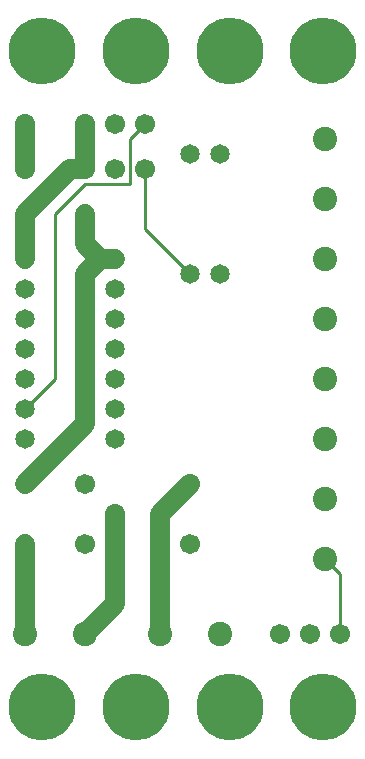
<source format=gtl>
%MOIN*%
%FSLAX25Y25*%
G04 D10 used for Character Trace; *
G04     Circle (OD=.01000) (No hole)*
G04 D11 used for Power Trace; *
G04     Circle (OD=.06700) (No hole)*
G04 D12 used for Signal Trace; *
G04     Circle (OD=.01100) (No hole)*
G04 D13 used for Via; *
G04     Circle (OD=.05800) (Round. Hole ID=.02800)*
G04 D14 used for Component hole; *
G04     Circle (OD=.06500) (Round. Hole ID=.03500)*
G04 D15 used for Component hole; *
G04     Circle (OD=.06700) (Round. Hole ID=.04300)*
G04 D16 used for Component hole; *
G04     Circle (OD=.08100) (Round. Hole ID=.05100)*
G04 D17 used for Component hole; *
G04     Circle (OD=.08900) (Round. Hole ID=.05900)*
G04 D18 used for Component hole; *
G04     Circle (OD=.11300) (Round. Hole ID=.08300)*
G04 D19 used for Component hole; *
G04     Circle (OD=.16000) (Round. Hole ID=.13000)*
G04 D20 used for Component hole; *
G04     Circle (OD=.18300) (Round. Hole ID=.15300)*
G04 D21 used for Component hole; *
G04     Circle (OD=.22291) (Round. Hole ID=.19291)*
%ADD10C,.01000*%
%ADD11C,.06700*%
%ADD12C,.01100*%
%ADD13C,.05800*%
%ADD14C,.06500*%
%ADD15C,.06700*%
%ADD16C,.08100*%
%ADD17C,.08900*%
%ADD18C,.11300*%
%ADD19C,.16000*%
%ADD20C,.18300*%
%ADD21C,.22291*%
%IPPOS*%
%LPD*%
G90*X0Y0D02*D21*X15625Y15625D03*D16*              
X30000Y40000D03*D11*X40000Y50000D01*Y80000D01*D15*
D03*X30000Y90000D03*Y70000D03*D11*X55000Y40000D02*
Y80000D01*D16*Y40000D03*X75000D03*D21*            
X78125Y15625D03*X46875D03*D15*X65000Y70000D03*    
X95000Y40000D03*D11*X55000Y80000D02*              
X65000Y90000D01*D15*D03*D14*X40000Y115000D03*     
Y105000D03*D11*X10000Y90000D02*X30000Y110000D01*  
D14*X10000Y90000D03*Y105000D03*D11*               
X30000Y110000D02*Y160000D01*X35000Y165000D01*     
X40000D01*D14*D03*D11*X35000D02*X30000Y170000D01* 
Y180000D01*D14*D03*D12*X20000D02*X30000Y190000D01*
X20000Y125000D02*Y180000D01*X10000Y115000D02*     
X20000Y125000D01*D14*X10000Y115000D03*Y125000D03* 
Y135000D03*X40000Y145000D03*X10000D03*            
X40000Y125000D03*Y135000D03*Y155000D03*X10000D03* 
Y70000D03*D11*Y40000D01*D16*D03*D15*X105000D03*   
D21*X109375Y15625D03*D16*X110000Y65000D03*D12*    
X115000Y60000D01*Y40000D01*D15*D03*D16*           
X110000Y85000D03*Y105000D03*Y125000D03*Y145000D03*
D14*X75000Y160000D03*X65000D03*D12*               
X50000Y175000D01*Y195000D01*D15*D03*D12*          
X30000Y190000D02*X45000D01*D11*X10000Y180000D02*  
X25000Y195000D01*D14*X10000Y180000D03*D11*        
Y165000D01*D14*D03*D15*X40000Y195000D03*X30000D03*
D11*X25000D01*X30000D02*Y210000D01*D15*D03*       
X40000D03*D12*X45000Y190000D02*Y205000D01*        
X50000Y210000D01*D15*D03*D14*X65000Y200000D03*    
X75000D03*D21*X46875Y234375D03*X78125D03*         
X15625D03*D15*X10000Y210000D03*D11*Y195000D01*D15*
D03*D16*X110000Y165000D03*Y185000D03*Y205000D03*  
D21*X109375Y234375D03*M02*                        

</source>
